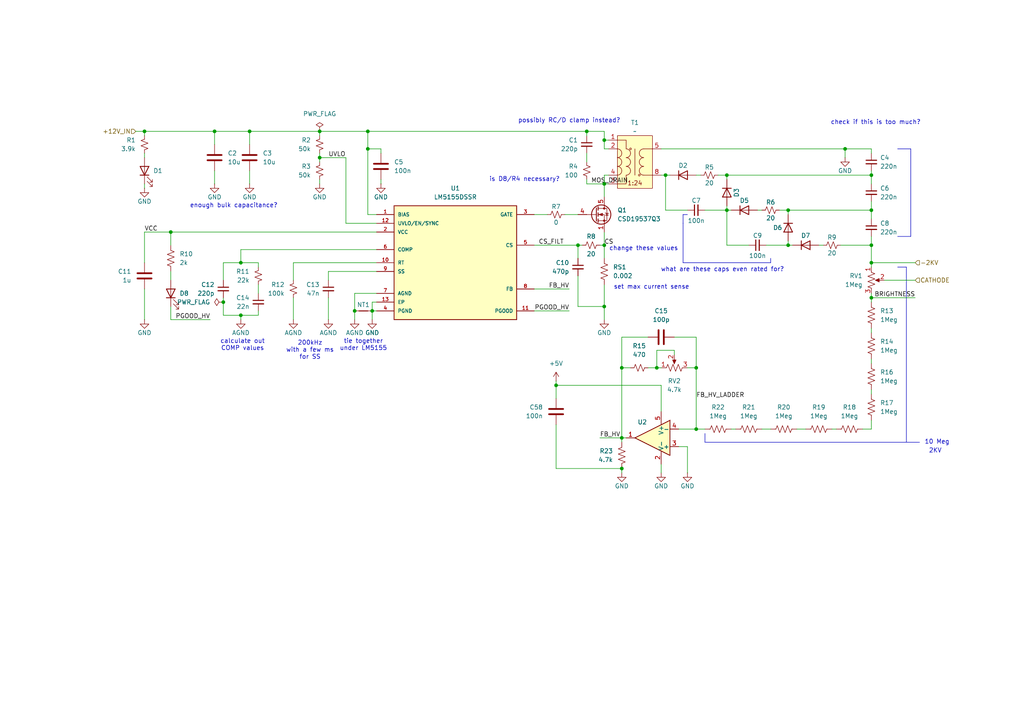
<source format=kicad_sch>
(kicad_sch (version 20250114) (generator "eeschema") (generator_version "9.0")
  (paper "A4")
  (lib_symbols
    (symbol "Amplifier_Operational:TLV2371DBV" (pin_names (offset 0.127))
      (property "Reference" "U2" (at -5.6581 10.16 0))
      (property "Value" "TLV314QDBVR" (at -5.6581 7.62 0))
      (symbol "TLV2371DBV_0_1"
        (polyline (pts (xy -5.08 5.08) (xy 5.08 0) (xy -5.08 -5.08) (xy -5.08 5.08)) (stroke (width 0.254)) (fill (type background)))
        (pin power_in line (at -2.54 7.62 270) (length 3.81) (name "V+") (number "5"))
        (pin power_in line (at -2.54 -7.62 90) (length 3.81) (name "V-") (number "2"))
      )
      (symbol "TLV2371DBV_1_1"
        (pin input line (at -7.62 2.54 0) (length 2.54) (name "-") (number "4"))
        (pin input line (at -7.62 -2.54 0) (length 2.54) (name "+") (number "3"))
        (pin output line (at 7.62 0 180) (length 2.54) (name "~") (number "1"))
      )
    )
    (symbol "Device:C" (pin_numbers (hide yes)) (pin_names (offset 0.254))
      (property "Reference" "C" (at 0.635 2.54 0))
      (property "Value" "C" (at 0.635 -2.54 0))
      (symbol "C_0_1"
        (polyline (pts (xy -2.032 0.762) (xy 2.032 0.762)) (stroke (width 0.508)))
        (polyline (pts (xy -2.032 -0.762) (xy 2.032 -0.762)) (stroke (width 0.508)))
      )
      (symbol "C_1_1"
        (pin passive line (at 0 3.81 270) (length 2.794) (name "~") (number "1"))
        (pin passive line (at 0 -3.81 90) (length 2.794) (name "~") (number "2"))
      )
    )
    (symbol "Device:C_Small" (pin_numbers (hide yes)) (pin_names (offset 0.254) (hide yes))
      (property "Reference" "C" (at 0.254 1.778 0))
      (property "Value" "C_Small" (at 0.254 -2.032 0))
      (symbol "C_Small_0_1"
        (polyline (pts (xy -1.524 0.508) (xy 1.524 0.508)) (stroke (width 0.3048)))
        (polyline (pts (xy -1.524 -0.508) (xy 1.524 -0.508)) (stroke (width 0.3302)))
      )
      (symbol "C_Small_1_1"
        (pin passive line (at 0 2.54 270) (length 2.032) (name "~") (number "1"))
        (pin passive line (at 0 -2.54 90) (length 2.032) (name "~") (number "2"))
      )
    )
    (symbol "Device:D" (pin_numbers (hide yes)) (pin_names (offset 1.016) (hide yes))
      (property "Reference" "D" (at 0 2.54 0))
      (property "Value" "D" (at 0 -2.54 0))
      (symbol "D_0_1"
        (polyline (pts (xy -1.27 1.27) (xy -1.27 -1.27)) (stroke (width 0.254)))
        (polyline (pts (xy 1.27 1.27) (xy 1.27 -1.27) (xy -1.27 0) (xy 1.27 1.27)) (stroke (width 0.254)))
        (polyline (pts (xy 1.27 0) (xy -1.27 0)))
      )
      (symbol "D_1_1"
        (pin passive line (at -3.81 0 0) (length 2.54) (name "K") (number "1"))
        (pin passive line (at 3.81 0 180) (length 2.54) (name "A") (number "2"))
      )
    )
    (symbol "Device:LED" (pin_numbers (hide yes)) (pin_names (offset 1.016) (hide yes))
      (property "Reference" "D" (at 0 2.54 0))
      (property "Value" "LED" (at 0 -2.54 0))
      (symbol "LED_0_1"
        (polyline (pts (xy -3.048 -0.762) (xy -4.572 -2.286) (xy -3.81 -2.286) (xy -4.572 -2.286) (xy -4.572 -1.524)))
        (polyline (pts (xy -1.778 -0.762) (xy -3.302 -2.286) (xy -2.54 -2.286) (xy -3.302 -2.286) (xy -3.302 -1.524)))
        (polyline (pts (xy -1.27 0) (xy 1.27 0)))
        (polyline (pts (xy -1.27 -1.27) (xy -1.27 1.27)) (stroke (width 0.254)))
        (polyline (pts (xy 1.27 -1.27) (xy 1.27 1.27) (xy -1.27 0) (xy 1.27 -1.27)) (stroke (width 0.254)))
      )
      (symbol "LED_1_1"
        (pin passive line (at -3.81 0 0) (length 2.54) (name "K") (number "1"))
        (pin passive line (at 3.81 0 180) (length 2.54) (name "A") (number "2"))
      )
    )
    (symbol "Device:NetTie_2" (pin_numbers (hide yes)) (pin_names (offset 0) (hide yes)) (in_bom no)
      (property "Reference" "NT" (at 0 1.27 0))
      (property "Value" "NetTie_2" (at 0 -1.27 0))
      (symbol "NetTie_2_0_1"
        (polyline (pts (xy -1.27 0) (xy 1.27 0)) (stroke (width 0.254)))
      )
      (symbol "NetTie_2_1_1"
        (pin passive line (at -2.54 0 0) (length 2.54) (name "1") (number "1"))
        (pin passive line (at 2.54 0 180) (length 2.54) (name "2") (number "2"))
      )
    )
    (symbol "Device:R_Potentiometer_US" (pin_names (offset 1.016) (hide yes))
      (property "Reference" "RV" (at -4.445 0 90))
      (property "Value" "R_Potentiometer_US" (at -2.54 0 90))
      (symbol "R_Potentiometer_US_0_1"
        (polyline (pts (xy 0 2.54) (xy 0 2.286)))
        (polyline (pts (xy 0 2.286) (xy 1.016 1.905) (xy 0 1.524) (xy -1.016 1.143) (xy 0 0.762)))
        (polyline (pts (xy 0 0.762) (xy 1.016 0.381) (xy 0 0) (xy -1.016 -0.381) (xy 0 -0.762)))
        (polyline (pts (xy 0 -0.762) (xy 1.016 -1.143) (xy 0 -1.524) (xy -1.016 -1.905) (xy 0 -2.286)))
        (polyline (pts (xy 0 -2.286) (xy 0 -2.54)))
        (polyline (pts (xy 1.143 0) (xy 2.286 0.508) (xy 2.286 -0.508) (xy 1.143 0)) (fill (type outline)))
        (polyline (pts (xy 2.54 0) (xy 1.524 0)))
      )
      (symbol "R_Potentiometer_US_1_1"
        (pin passive line (at 0 3.81 270) (length 1.27) (name "1") (number "1"))
        (pin passive line (at 0 -3.81 90) (length 1.27) (name "3") (number "3"))
        (pin passive line (at 3.81 0 180) (length 1.27) (name "2") (number "2"))
      )
    )
    (symbol "Device:R_Small_US" (pin_numbers (hide yes)) (pin_names (offset 0.254) (hide yes))
      (property "Reference" "R" (at 0.762 0.508 0))
      (property "Value" "R_Small_US" (at 0.762 -1.016 0))
      (symbol "R_Small_US_1_1"
        (polyline (pts (xy 0 1.524) (xy 1.016 1.143) (xy 0 0.762) (xy -1.016 0.381) (xy 0 0)))
        (polyline (pts (xy 0 0) (xy 1.016 -0.381) (xy 0 -0.762) (xy -1.016 -1.143) (xy 0 -1.524)))
        (pin passive line (at 0 2.54 270) (length 1.016) (name "~") (number "1"))
        (pin passive line (at 0 -2.54 90) (length 1.016) (name "~") (number "2"))
      )
    )
    (symbol "Device:R_US" (pin_numbers (hide yes)) (pin_names (offset 0))
      (property "Reference" "R" (at 2.54 0 90))
      (property "Value" "R_US" (at -2.54 0 90))
      (symbol "R_US_0_1"
        (polyline (pts (xy 0 2.286) (xy 0 2.54)))
        (polyline (pts (xy 0 2.286) (xy 1.016 1.905) (xy 0 1.524) (xy -1.016 1.143) (xy 0 0.762)))
        (polyline (pts (xy 0 0.762) (xy 1.016 0.381) (xy 0 0) (xy -1.016 -0.381) (xy 0 -0.762)))
        (polyline (pts (xy 0 -0.762) (xy 1.016 -1.143) (xy 0 -1.524) (xy -1.016 -1.905) (xy 0 -2.286)))
        (polyline (pts (xy 0 -2.286) (xy 0 -2.54)))
      )
      (symbol "R_US_1_1"
        (pin passive line (at 0 3.81 270) (length 1.27) (name "~") (number "1"))
        (pin passive line (at 0 -3.81 90) (length 1.27) (name "~") (number "2"))
      )
    )
    (symbol "LM5155DSSR:LM5155DSSR" (pin_names (offset 1.016))
      (property "Reference" "U1" (at 0 20.32 0))
      (property "Value" "LM5155DSSR" (at 0 17.78 0))
      (symbol "LM5155DSSR_0_0"
        (rectangle (start -17.78 15.24) (end 17.78 -17.78) (stroke (width 0.254)) (fill (type background)))
        (pin power_in line (at -22.86 12.7 0) (length 5.08) (name "BIAS") (number "1"))
        (pin input line (at -22.86 10.16 0) (length 5.08) (name "UVLO/EN/SYNC") (number "12"))
        (pin output line (at -22.86 2.54 0) (length 5.08) (name "COMP") (number "6"))
        (pin input line (at -22.86 -1.27 0) (length 5.08) (name "RT") (number "10"))
        (pin input line (at -22.86 -3.81 0) (length 5.08) (name "SS") (number "9"))
        (pin power_in line (at -22.86 -10.16 0) (length 5.08) (name "AGND") (number "7"))
        (pin power_in line (at -22.86 -12.7 0) (length 5.08) (name "EP") (number "13"))
        (pin power_in line (at -22.86 -15.24 0) (length 5.08) (name "PGND") (number "4"))
        (pin output line (at 22.86 12.7 180) (length 5.08) (name "GATE") (number "3"))
        (pin input line (at 22.86 3.81 180) (length 5.08) (name "CS") (number "5"))
        (pin input line (at 22.86 -8.89 180) (length 5.08) (name "FB") (number "8"))
        (pin output line (at 22.86 -15.24 180) (length 5.08) (name "PGOOD") (number "11"))
      )
      (symbol "LM5155DSSR_1_0"
        (pin power_out line (at -22.86 7.62 0) (length 5.08) (name "VCC") (number "2"))
      )
    )
    (symbol "Transistor_FET:CSD19537Q3" (pin_names (hide yes))
      (property "Reference" "Q" (at 5.08 1.905 0))
      (property "Value" "CSD19537Q3" (at 5.08 0 0))
      (symbol "CSD19537Q3_0_1"
        (polyline (pts (xy 0.254 1.905) (xy 0.254 -1.905)) (stroke (width 0.254)))
        (polyline (pts (xy 0.254 0) (xy -2.54 0)))
        (polyline (pts (xy 0.762 2.286) (xy 0.762 1.27)) (stroke (width 0.254)))
        (polyline (pts (xy 0.762 0.508) (xy 0.762 -0.508)) (stroke (width 0.254)))
        (polyline (pts (xy 0.762 -1.27) (xy 0.762 -2.286)) (stroke (width 0.254)))
        (polyline (pts (xy 0.762 -1.778) (xy 3.302 -1.778) (xy 3.302 1.778) (xy 0.762 1.778)))
        (polyline (pts (xy 1.016 0) (xy 2.032 0.381) (xy 2.032 -0.381) (xy 1.016 0)) (fill (type outline)))
        (circle (center 1.651 0) (radius 2.794) (stroke (width 0.254)))
        (polyline (pts (xy 2.54 2.54) (xy 2.54 1.778)))
        (circle (center 2.54 1.778) (radius 0.254) (fill (type outline)))
        (circle (center 2.54 -1.778) (radius 0.254) (fill (type outline)))
        (polyline (pts (xy 2.54 -2.54) (xy 2.54 0) (xy 0.762 0)))
        (polyline (pts (xy 2.794 0.508) (xy 2.921 0.381) (xy 3.683 0.381) (xy 3.81 0.254)))
        (polyline (pts (xy 3.302 0.381) (xy 2.921 -0.254) (xy 3.683 -0.254) (xy 3.302 0.381)))
      )
      (symbol "CSD19537Q3_1_1"
        (pin passive line (at -5.08 0 0) (length 2.54) (name "G") (number "4"))
        (pin passive line (at 2.54 5.08 270) (length 2.54) (name "D") (number "5"))
        (pin passive line (at 2.54 -5.08 90) (length 2.54) (name "S") (number "1"))
        (pin passive line (at 2.54 -5.08 90) (length 2.54) (hide yes) (name "S") (number "2"))
        (pin passive line (at 2.54 -5.08 90) (length 2.54) (hide yes) (name "S") (number "3"))
      )
    )
    (symbol "coilcraft:NA5920-AL"
      (property "Reference" "T" (at -4.064 8.636 0))
      (symbol "NA5920-AL_0_1"
        (arc (start -3.8099 2.5399) (mid -4.1819 1.6419) (end -5.0799 1.2699))
        (arc (start -5.0799 3.8099) (mid -4.1819 3.4379) (end -3.8099 2.5399))
        (arc (start -3.8098 -0.0002) (mid -4.1818 -0.8982) (end -5.0798 -1.2702))
        (arc (start -5.0798 1.2698) (mid -4.1818 0.8978) (end -3.8098 -0.0002))
        (arc (start -3.8098 -2.5402) (mid -4.1818 -3.4382) (end -5.0798 -3.8102))
        (arc (start -5.0798 -1.2702) (mid -4.1818 -1.6422) (end -3.8098 -2.5402))
        (arc (start -1.27 2.54) (mid -1.642 1.642) (end -2.54 1.27))
        (arc (start -2.54 3.81) (mid -1.642 3.438) (end -1.27 2.54))
        (polyline (pts (xy -2.54 3.81) (xy -2.54 6.35) (xy -5.08 6.35)))
        (arc (start -1.2699 -0.0001) (mid -1.6419 -0.8981) (end -2.5399 -1.2701))
        (arc (start -2.5399 1.2699) (mid -1.6419 0.8979) (end -1.2699 -0.0001))
        (arc (start -1.2699 -2.5401) (mid -1.6419 -3.4381) (end -2.5399 -3.8101))
        (arc (start -2.5399 -1.2701) (mid -1.6419 -1.6421) (end -1.2699 -2.5401))
        (polyline (pts (xy -2.54 -3.81) (xy -2.54 -6.35) (xy -5.08 -6.35)))
        (circle (center -1.27 3.81) (radius 0.254))
        (polyline (pts (xy 0 3.81) (xy 0 -3.81)))
        (circle (center 1.27 -3.81) (radius 0.254))
        (polyline (pts (xy 2.54 3.81) (xy 5.08 3.81)))
        (arc (start 1.2698 2.5402) (mid 1.6418 3.4382) (end 2.5398 3.8102))
        (arc (start 2.5398 1.2702) (mid 1.6418 1.6422) (end 1.2698 2.5402))
        (arc (start 1.2698 0.0002) (mid 1.6418 0.8982) (end 2.5398 1.2702))
        (arc (start 2.5398 -1.2698) (mid 1.6418 -0.8978) (end 1.2698 0.0002))
        (arc (start 1.2699 -2.5399) (mid 1.6419 -1.6419) (end 2.5399 -1.2699))
        (arc (start 2.5399 -3.8099) (mid 1.6419 -3.4379) (end 1.2699 -2.5399))
        (polyline (pts (xy 2.54 -3.81) (xy 5.08 -3.81)))
      )
      (symbol "NA5920-AL_1_1"
        (rectangle (start -5.08 7.62) (end 5.08 -7.62) (fill (type background)))
        (text "1:24" (at 0 -6.096 0) (effects (font (size 1.27 1.27))))
        (pin passive line (at -7.62 6.35 0) (length 2.54) (name "") (number "1"))
        (pin passive line (at -7.62 3.81 0) (length 2.54) (name "") (number "2"))
        (pin passive line (at -7.62 -3.81 0) (length 2.54) (name "") (number "4"))
        (pin passive line (at -7.62 -6.35 0) (length 2.54) (name "") (number "3"))
        (pin passive line (at 7.62 3.81 180) (length 2.54) (name "") (number "5"))
        (pin passive line (at 7.62 -3.81 180) (length 2.54) (name "") (number "8"))
      )
    )
    (symbol "power:+5V" (power) (pin_numbers (hide yes)) (pin_names (offset 0) (hide yes))
      (property "Value" "+5V" (at 0 3.556 0))
      (symbol "+5V_0_1"
        (polyline (pts (xy -0.762 1.27) (xy 0 2.54)))
        (polyline (pts (xy 0 2.54) (xy 0.762 1.27)))
        (polyline (pts (xy 0 0) (xy 0 2.54)))
      )
      (symbol "+5V_1_1"
        (pin power_in line (at 0 0 90) (length 0) (name "~") (number "1"))
      )
    )
    (symbol "power:GND" (power) (pin_numbers (hide yes)) (pin_names (offset 0) (hide yes))
      (property "Value" "GND" (at 0 -3.81 0))
      (symbol "GND_0_1"
        (polyline (pts (xy 0 0) (xy 0 -1.27) (xy 1.27 -1.27) (xy 0 -2.54) (xy -1.27 -1.27) (xy 0 -1.27)))
      )
      (symbol "GND_1_1"
        (pin power_in line (at 0 0 270) (length 0) (name "~") (number "1"))
      )
    )
    (symbol "power:GNDA" (power) (pin_numbers (hide yes)) (pin_names (offset 0) (hide yes))
      (property "Value" "GNDA" (at 0 -3.81 0))
      (symbol "GNDA_0_1"
        (polyline (pts (xy 0 0) (xy 0 -1.27) (xy 1.27 -1.27) (xy 0 -2.54) (xy -1.27 -1.27) (xy 0 -1.27)))
      )
      (symbol "GNDA_1_1"
        (pin power_in line (at 0 0 270) (length 0) (name "~") (number "1"))
      )
    )
    (symbol "power:PWR_FLAG" (power) (pin_numbers (hide yes)) (pin_names (offset 0) (hide yes))
      (property "Value" "PWR_FLAG" (at 0 3.81 0))
      (symbol "PWR_FLAG_0_0"
        (pin power_out line (at 0 0 90) (length 0) (name "~") (number "1"))
      )
      (symbol "PWR_FLAG_0_1"
        (polyline (pts (xy 0 0) (xy 0 1.27) (xy -1.016 1.905) (xy 0 2.54) (xy 1.016 1.905) (xy 0 1.27)))
      )
    )
  )
  (text "tie together\nunder LM5155" (at 105.41 100.076 0) (effects (font (size 1.27 1.27))))
  (text "is D8/R4 necessary?" (at 152.146 52.07 0) (effects (font (size 1.27 1.27))))
  (text "10 Meg" (at 271.78 128.27 0) (effects (font (size 1.27 1.27))))
  (text "change these values" (at 186.69 72.136 0) (effects (font (size 1.27 1.27))))
  (text "check if this is too much?" (at 254 35.56 0) (effects (font (size 1.27 1.27))))
  (text "set max current sense" (at 188.976 83.312 0) (effects (font (size 1.27 1.27))))
  (text "2KV" (at 271.272 130.81 0) (effects (font (size 1.27 1.27))))
  (text "200kHz\nwith a few ms\nfor SS" (at 89.916 101.6 0) (effects (font (size 1.27 1.27))))
  (text "enough bulk capacitance?" (at 67.818 59.69 0) (effects (font (size 1.27 1.27))))
  (text "calculate out\nCOMP values" (at 70.358 100.076 0) (effects (font (size 1.27 1.27))))
  (text "what are these caps even rated for?" (at 209.55 78.232 0) (effects (font (size 1.27 1.27))))
  (text "possibly RC/D clamp instead?" (at 165.1 35.052 0) (effects (font (size 1.27 1.27))))
  (junction (at 245.11 43.18))
  (junction (at 201.93 106.68))
  (junction (at 210.82 60.96))
  (junction (at 252.73 60.96))
  (junction (at 175.26 40.64))
  (junction (at 193.04 50.8))
  (junction (at 180.34 127))
  (junction (at 106.68 38.1))
  (junction (at 175.26 88.9))
  (junction (at 210.82 50.8))
  (junction (at 106.68 43.18))
  (junction (at 180.34 106.68))
  (junction (at 175.26 53.34))
  (junction (at 175.26 71.12))
  (junction (at 92.71 38.1))
  (junction (at 190.5 106.68))
  (junction (at 252.73 86.36))
  (junction (at 41.91 38.1))
  (junction (at 228.6 60.96))
  (junction (at 201.93 124.46))
  (junction (at 252.73 71.12))
  (junction (at 167.64 71.12))
  (junction (at 228.6 71.12))
  (junction (at 252.73 50.8))
  (junction (at 69.85 91.44))
  (junction (at 170.18 38.1))
  (junction (at 64.77 87.63))
  (junction (at 252.73 76.2))
  (junction (at 72.39 38.1))
  (junction (at 49.53 67.31))
  (junction (at 92.71 45.72))
  (junction (at 107.95 90.17))
  (junction (at 69.85 76.2))
  (junction (at 62.23 38.1))
  (junction (at 161.29 111.76))
  (junction (at 102.87 90.17))
  (junction (at 180.34 135.89))
  (wire (pts (xy 41.91 38.1) (xy 62.23 38.1)))
  (wire (pts (xy 106.68 38.1) (xy 106.68 43.18)))
  (wire (pts (xy 201.93 124.46) (xy 204.47 124.46)))
  (wire (pts (xy 252.73 49.53) (xy 252.73 50.8)))
  (wire (pts (xy 64.77 86.36) (xy 64.77 87.63)))
  (wire (pts (xy 49.53 92.71) (xy 60.96 92.71)))
  (wire (pts (xy 210.82 60.96) (xy 212.09 60.96)))
  (wire (pts (xy 41.91 45.72) (xy 41.91 44.45)))
  (wire (pts (xy 41.91 76.2) (xy 41.91 67.31)))
  (wire (pts (xy 252.73 76.2) (xy 265.43 76.2)))
  (wire (pts (xy 195.58 97.79) (xy 201.93 97.79)))
  (wire (pts (xy 85.09 76.2) (xy 85.09 81.28)))
  (wire (pts (xy 109.22 87.63) (xy 107.95 87.63)))
  (wire (pts (xy 228.6 71.12) (xy 229.87 71.12)))
  (wire (pts (xy 95.25 86.36) (xy 95.25 92.71)))
  (wire (pts (xy 256.54 81.28) (xy 265.43 81.28)))
  (wire (pts (xy 102.87 90.17) (xy 102.87 92.71)))
  (wire (pts (xy 167.64 71.12) (xy 168.91 71.12)))
  (wire (pts (xy 237.49 71.12) (xy 238.76 71.12)))
  (wire (pts (xy 167.64 80.01) (xy 167.64 88.9)))
  (polyline (pts (xy 198.12 62.23) (xy 199.39 62.23)))
  (polyline (pts (xy 260.35 77.47) (xy 262.89 77.47)))
  (wire (pts (xy 154.94 90.17) (xy 165.1 90.17)))
  (polyline (pts (xy 204.47 125.73) (xy 204.47 128.27)))
  (polyline (pts (xy 223.52 74.93) (xy 223.52 76.2)))
  (wire (pts (xy 92.71 38.1) (xy 106.68 38.1)))
  (wire (pts (xy 175.26 40.64) (xy 175.26 43.18)))
  (wire (pts (xy 195.58 101.6) (xy 190.5 101.6)))
  (wire (pts (xy 161.29 135.89) (xy 180.34 135.89)))
  (wire (pts (xy 190.5 101.6) (xy 190.5 106.68)))
  (wire (pts (xy 74.93 76.2) (xy 74.93 77.47)))
  (wire (pts (xy 191.77 50.8) (xy 193.04 50.8)))
  (wire (pts (xy 195.58 102.87) (xy 195.58 101.6)))
  (wire (pts (xy 193.04 60.96) (xy 199.39 60.96)))
  (wire (pts (xy 170.18 52.07) (xy 170.18 53.34)))
  (wire (pts (xy 180.34 127) (xy 180.34 128.27)))
  (wire (pts (xy 191.77 43.18) (xy 245.11 43.18)))
  (wire (pts (xy 49.53 88.9) (xy 49.53 92.71)))
  (wire (pts (xy 196.85 124.46) (xy 201.93 124.46)))
  (wire (pts (xy 173.99 71.12) (xy 175.26 71.12)))
  (wire (pts (xy 64.77 87.63) (xy 64.77 91.44)))
  (wire (pts (xy 191.77 134.62) (xy 191.77 137.16)))
  (wire (pts (xy 170.18 53.34) (xy 175.26 53.34)))
  (wire (pts (xy 62.23 38.1) (xy 62.23 41.91)))
  (wire (pts (xy 64.77 76.2) (xy 69.85 76.2)))
  (wire (pts (xy 41.91 39.37) (xy 41.91 38.1)))
  (wire (pts (xy 252.73 50.8) (xy 252.73 53.34)))
  (wire (pts (xy 107.95 90.17) (xy 107.95 92.71)))
  (wire (pts (xy 109.22 85.09) (xy 102.87 85.09)))
  (wire (pts (xy 109.22 76.2) (xy 85.09 76.2)))
  (wire (pts (xy 109.22 78.74) (xy 95.25 78.74)))
  (wire (pts (xy 175.26 88.9) (xy 175.26 92.71)))
  (wire (pts (xy 74.93 82.55) (xy 74.93 85.09)))
  (wire (pts (xy 245.11 43.18) (xy 245.11 45.72)))
  (wire (pts (xy 69.85 72.39) (xy 69.85 76.2)))
  (wire (pts (xy 210.82 59.69) (xy 210.82 60.96)))
  (wire (pts (xy 241.3 124.46) (xy 242.57 124.46)))
  (wire (pts (xy 167.64 88.9) (xy 175.26 88.9)))
  (wire (pts (xy 106.68 62.23) (xy 109.22 62.23)))
  (wire (pts (xy 39.37 38.1) (xy 41.91 38.1)))
  (wire (pts (xy 187.96 97.79) (xy 180.34 97.79)))
  (polyline (pts (xy 204.47 128.27) (xy 262.89 128.27)))
  (wire (pts (xy 175.26 82.55) (xy 175.26 88.9)))
  (wire (pts (xy 69.85 76.2) (xy 74.93 76.2)))
  (wire (pts (xy 41.91 83.82) (xy 41.91 92.71)))
  (wire (pts (xy 92.71 52.07) (xy 92.71 53.34)))
  (wire (pts (xy 210.82 50.8) (xy 210.82 52.07)))
  (polyline (pts (xy 260.35 68.58) (xy 264.16 68.58)))
  (wire (pts (xy 231.14 124.46) (xy 233.68 124.46)))
  (wire (pts (xy 69.85 91.44) (xy 69.85 92.71)))
  (wire (pts (xy 196.85 129.54) (xy 199.39 129.54)))
  (wire (pts (xy 102.87 85.09) (xy 102.87 90.17)))
  (wire (pts (xy 161.29 123.19) (xy 161.29 135.89)))
  (wire (pts (xy 161.29 111.76) (xy 191.77 111.76)))
  (wire (pts (xy 175.26 43.18) (xy 176.53 43.18)))
  (wire (pts (xy 212.09 124.46) (xy 213.36 124.46)))
  (wire (pts (xy 100.33 64.77) (xy 109.22 64.77)))
  (wire (pts (xy 62.23 38.1) (xy 72.39 38.1)))
  (wire (pts (xy 49.53 67.31) (xy 49.53 71.12)))
  (wire (pts (xy 193.04 50.8) (xy 194.31 50.8)))
  (wire (pts (xy 74.93 90.17) (xy 74.93 91.44)))
  (wire (pts (xy 154.94 62.23) (xy 158.75 62.23)))
  (polyline (pts (xy 223.52 76.2) (xy 198.12 76.2)))
  (polyline (pts (xy 198.12 64.77) (xy 198.12 76.2)))
  (wire (pts (xy 69.85 91.44) (xy 74.93 91.44)))
  (wire (pts (xy 110.49 43.18) (xy 106.68 43.18)))
  (wire (pts (xy 252.73 86.36) (xy 252.73 87.63)))
  (wire (pts (xy 180.34 106.68) (xy 180.34 127)))
  (wire (pts (xy 62.23 49.53) (xy 62.23 53.34)))
  (wire (pts (xy 252.73 71.12) (xy 252.73 76.2)))
  (wire (pts (xy 173.99 127) (xy 180.34 127)))
  (wire (pts (xy 204.47 60.96) (xy 210.82 60.96)))
  (wire (pts (xy 161.29 111.76) (xy 161.29 115.57)))
  (wire (pts (xy 201.93 106.68) (xy 201.93 124.46)))
  (wire (pts (xy 85.09 86.36) (xy 85.09 92.71)))
  (wire (pts (xy 243.84 71.12) (xy 252.73 71.12)))
  (polyline (pts (xy 198.12 64.77) (xy 198.12 62.23)))
  (wire (pts (xy 252.73 121.92) (xy 252.73 124.46)))
  (wire (pts (xy 109.22 72.39) (xy 69.85 72.39)))
  (wire (pts (xy 170.18 38.1) (xy 170.18 39.37)))
  (wire (pts (xy 252.73 95.25) (xy 252.73 96.52)))
  (wire (pts (xy 252.73 43.18) (xy 252.73 44.45)))
  (wire (pts (xy 92.71 45.72) (xy 92.71 46.99)))
  (wire (pts (xy 252.73 60.96) (xy 252.73 63.5)))
  (wire (pts (xy 191.77 111.76) (xy 191.77 119.38)))
  (wire (pts (xy 167.64 71.12) (xy 167.64 74.93)))
  (wire (pts (xy 49.53 67.31) (xy 109.22 67.31)))
  (polyline (pts (xy 264.16 43.18) (xy 264.16 68.58)))
  (wire (pts (xy 72.39 38.1) (xy 72.39 41.91)))
  (wire (pts (xy 110.49 44.45) (xy 110.49 43.18)))
  (wire (pts (xy 252.73 113.03) (xy 252.73 114.3)))
  (wire (pts (xy 252.73 104.14) (xy 252.73 105.41)))
  (wire (pts (xy 226.06 60.96) (xy 228.6 60.96)))
  (wire (pts (xy 190.5 106.68) (xy 191.77 106.68)))
  (wire (pts (xy 175.26 53.34) (xy 175.26 57.15)))
  (wire (pts (xy 210.82 71.12) (xy 217.17 71.12)))
  (wire (pts (xy 154.94 71.12) (xy 167.64 71.12)))
  (wire (pts (xy 163.83 62.23) (xy 167.64 62.23)))
  (wire (pts (xy 107.95 87.63) (xy 107.95 90.17)))
  (wire (pts (xy 175.26 50.8) (xy 176.53 50.8)))
  (wire (pts (xy 180.34 106.68) (xy 182.88 106.68)))
  (wire (pts (xy 180.34 97.79) (xy 180.34 106.68)))
  (wire (pts (xy 245.11 43.18) (xy 252.73 43.18)))
  (wire (pts (xy 106.68 43.18) (xy 106.68 62.23)))
  (wire (pts (xy 175.26 71.12) (xy 175.26 74.93)))
  (wire (pts (xy 41.91 53.34) (xy 41.91 54.61)))
  (wire (pts (xy 64.77 91.44) (xy 69.85 91.44)))
  (wire (pts (xy 220.98 124.46) (xy 223.52 124.46)))
  (wire (pts (xy 72.39 49.53) (xy 72.39 53.34)))
  (wire (pts (xy 109.22 90.17) (xy 107.95 90.17)))
  (wire (pts (xy 110.49 52.07) (xy 110.49 53.34)))
  (wire (pts (xy 252.73 124.46) (xy 250.19 124.46)))
  (polyline (pts (xy 260.35 43.18) (xy 264.16 43.18)))
  (wire (pts (xy 252.73 68.58) (xy 252.73 71.12)))
  (wire (pts (xy 208.28 50.8) (xy 210.82 50.8)))
  (wire (pts (xy 180.34 127) (xy 181.61 127)))
  (wire (pts (xy 193.04 50.8) (xy 193.04 60.96)))
  (wire (pts (xy 175.26 38.1) (xy 175.26 40.64)))
  (wire (pts (xy 106.68 38.1) (xy 170.18 38.1)))
  (wire (pts (xy 92.71 44.45) (xy 92.71 45.72)))
  (wire (pts (xy 252.73 58.42) (xy 252.73 60.96)))
  (wire (pts (xy 199.39 106.68) (xy 201.93 106.68)))
  (wire (pts (xy 161.29 110.49) (xy 161.29 111.76)))
  (wire (pts (xy 201.93 50.8) (xy 203.2 50.8)))
  (polyline (pts (xy 262.89 128.27) (xy 266.7 128.27)))
  (wire (pts (xy 199.39 129.54) (xy 199.39 137.16)))
  (wire (pts (xy 210.82 50.8) (xy 252.73 50.8)))
  (wire (pts (xy 180.34 135.89) (xy 180.34 137.16)))
  (wire (pts (xy 92.71 38.1) (xy 92.71 39.37)))
  (wire (pts (xy 222.25 71.12) (xy 228.6 71.12)))
  (wire (pts (xy 210.82 60.96) (xy 210.82 71.12)))
  (wire (pts (xy 252.73 85.09) (xy 252.73 86.36)))
  (wire (pts (xy 72.39 38.1) (xy 92.71 38.1)))
  (wire (pts (xy 228.6 60.96) (xy 228.6 62.23)))
  (wire (pts (xy 95.25 78.74) (xy 95.25 81.28)))
  (wire (pts (xy 154.94 83.82) (xy 165.1 83.82)))
  (wire (pts (xy 100.33 45.72) (xy 100.33 64.77)))
  (wire (pts (xy 252.73 76.2) (xy 252.73 77.47)))
  (wire (pts (xy 49.53 78.74) (xy 49.53 81.28)))
  (wire (pts (xy 228.6 60.96) (xy 252.73 60.96)))
  (wire (pts (xy 175.26 67.31) (xy 175.26 71.12)))
  (wire (pts (xy 64.77 81.28) (xy 64.77 76.2)))
  (wire (pts (xy 187.96 106.68) (xy 190.5 106.68)))
  (wire (pts (xy 228.6 71.12) (xy 228.6 69.85)))
  (wire (pts (xy 175.26 53.34) (xy 175.26 50.8)))
  (wire (pts (xy 201.93 97.79) (xy 201.93 106.68)))
  (wire (pts (xy 175.26 40.64) (xy 176.53 40.64)))
  (wire (pts (xy 219.71 60.96) (xy 220.98 60.96)))
  (wire (pts (xy 92.71 45.72) (xy 100.33 45.72)))
  (wire (pts (xy 170.18 38.1) (xy 175.26 38.1)))
  (wire (pts (xy 41.91 67.31) (xy 49.53 67.31)))
  (polyline (pts (xy 262.89 128.27) (xy 262.89 77.47)))
  (wire (pts (xy 170.18 44.45) (xy 170.18 46.99)))
  (wire (pts (xy 176.53 53.34) (xy 175.26 53.34)))
  (wire (pts (xy 252.73 86.36) (xy 265.43 86.36)))
  (label "BRIGHTNESS" (at 265.43 86.36 180))
  (label "VCC" (at 41.91 67.31 0))
  (label "FB_HV" (at 165.1 83.82 180))
  (label "CS_FILT" (at 156.21 71.12 0))
  (label "MOS_DRAIN" (at 171.45 53.34 0))
  (label "UVLO" (at 95.25 45.72 0))
  (label "PGOOD_HV" (at 165.1 90.17 180))
  (label "FB_HV_LADDER" (at 201.93 115.57 0))
  (label "CS" (at 175.26 71.12 0))
  (label "FB_HV" (at 173.99 127 0))
  (label "PGOOD_HV" (at 60.96 92.71 180))
  (hierarchical_label "+12V_IN" (shape input) (at 39.37 38.1 180))
  (hierarchical_label "-2KV" (shape input) (at 265.43 76.2 0))
  (hierarchical_label "CATHODE" (shape input) (at 265.43 81.28 0))
  (symbol (lib_id "power:GND") (at 41.91 92.71 0) (unit 1)
    (property "Reference" "#PWR013" (effects (hide yes)))
    (property "Value" "GND" (at 41.91 96.52 0))
    (property "Description" "Power symbol creates a global label with name \"GND\" , ground" (effects (hide yes)))
  )
  (symbol (lib_id "Device:C_Small") (at 252.73 46.99 0) (unit 1)
    (property "Reference" "C4" (at 255.27 45.7262 0) (effects (justify left)))
    (property "Value" "220n" (at 255.27 48.2662 0) (effects (justify left)))
    (property "Footprint" "Capacitor_SMD:C_2220_5750Metric" (effects (hide yes)))
    (property "Datasheet" "FV55X224K102EHG" (effects (hide yes)))
    (property "Description" "Unpolarized capacitor, small symbol" (effects (hide yes)))
  )
  (symbol (lib_id "power:GND") (at 245.11 45.72 0) (unit 1)
    (property "Reference" "#PWR07" (effects (hide yes)))
    (property "Value" "GND" (at 245.11 49.53 0))
    (property "Description" "Power symbol creates a global label with name \"GND\" , ground" (effects (hide yes)))
  )
  (symbol (lib_id "Device:C") (at 72.39 45.72 0) (unit 1)
    (property "Reference" "C3" (at 76.2 44.4499 0) (effects (justify left)))
    (property "Value" "10u" (at 76.2 46.9899 0) (effects (justify left)))
    (property "Footprint" "Capacitor_SMD:C_0805_2012Metric" (effects (hide yes)))
    (property "Datasheet" "CL21A106KAYNNNE" (effects (hide yes)))
    (property "Description" "Unpolarized capacitor" (effects (hide yes)))
  )
  (symbol (lib_id "Device:R_Small_US") (at 185.42 106.68 90) (unit 1)
    (property "Reference" "R15" (at 185.42 100.33 90))
    (property "Value" "470" (at 185.42 102.87 90))
    (property "Footprint" "Resistor_SMD:R_0603_1608Metric" (effects (hide yes)))
    (property "Description" "Resistor, small US symbol" (effects (hide yes)))
  )
  (symbol (lib_id "power:GND") (at 72.39 53.34 0) (unit 1)
    (property "Reference" "#PWR09" (effects (hide yes)))
    (property "Value" "GND" (at 72.39 57.15 0))
    (property "Description" "Power symbol creates a global label with name \"GND\" , ground" (effects (hide yes)))
  )
  (symbol (lib_id "Device:R_US") (at 180.34 132.08 0) (mirror y) (unit 1)
    (property "Reference" "R23" (at 177.8 130.8099 0) (effects (justify left)))
    (property "Value" "4.7k" (at 177.8 133.3499 0) (effects (justify left)))
    (property "Footprint" "Resistor_SMD:R_0603_1608Metric" (effects (hide yes)))
    (property "Description" "Resistor, US symbol" (effects (hide yes)))
  )
  (symbol (lib_id "power:GND") (at 199.39 137.16 0) (unit 1)
    (property "Reference" "#PWR023" (effects (hide yes)))
    (property "Value" "GND" (at 199.39 140.97 0))
    (property "Description" "Power symbol creates a global label with name \"GND\" , ground" (effects (hide yes)))
  )
  (symbol (lib_id "Device:D") (at 210.82 55.88 90) (mirror x) (unit 1)
    (property "Reference" "D3" (at 213.614 55.88 0))
    (property "Value" "D" (effects (hide yes)))
    (property "Footprint" "Diode_SMD:D_SMA" (effects (hide yes)))
    (property "Datasheet" "RS1M" (effects (hide yes)))
    (property "Description" "Diode" (effects (hide yes)))
    (property "Sim.Device" "D" (effects (hide yes)))
    (property "Sim.Pins" "1=K 2=A" (effects (hide yes)))
  )
  (symbol (lib_id "power:GND") (at 191.77 137.16 0) (unit 1)
    (property "Reference" "#PWR022" (effects (hide yes)))
    (property "Value" "GND" (at 191.77 140.97 0))
    (property "Description" "Power symbol creates a global label with name \"GND\" , ground" (effects (hide yes)))
  )
  (symbol (lib_id "Device:R_Small_US") (at 241.3 71.12 90) (unit 1)
    (property "Reference" "R9" (at 241.3 68.834 90))
    (property "Value" "20" (at 241.3 73.406 90))
    (property "Footprint" "Resistor_SMD:R_1206_3216Metric" (effects (hide yes)))
    (property "Description" "Resistor, small US symbol" (effects (hide yes)))
  )
  (symbol (lib_id "Device:R_US") (at 227.33 124.46 90) (unit 1)
    (property "Reference" "R20" (at 227.33 118.11 90))
    (property "Value" "1Meg" (at 227.33 120.65 90))
    (property "Footprint" "Resistor_SMD:R_1206_3216Metric" (effects (hide yes)))
    (property "Description" "Resistor, US symbol" (effects (hide yes)))
  )
  (symbol (lib_id "power:GND") (at 110.49 53.34 0) (unit 1)
    (property "Reference" "#PWR011" (effects (hide yes)))
    (property "Value" "GND" (at 110.49 57.15 0))
    (property "Description" "Power symbol creates a global label with name \"GND\" , ground" (effects (hide yes)))
  )
  (symbol (lib_id "power:GND") (at 180.34 137.16 0) (unit 1)
    (property "Reference" "#PWR021" (effects (hide yes)))
    (property "Value" "GND" (at 180.34 140.97 0))
    (property "Description" "Power symbol creates a global label with name \"GND\" , ground" (effects (hide yes)))
  )
  (symbol (lib_id "power:GNDA") (at 85.09 92.71 0) (unit 1)
    (property "Reference" "#PWR015" (effects (hide yes)))
    (property "Value" "AGND" (at 85.09 96.52 0))
    (property "Description" "Power symbol creates a global label with name \"GNDA\" , analog ground" (effects (hide yes)))
  )
  (symbol (lib_id "Device:LED") (at 41.91 49.53 90) (unit 1)
    (property "Reference" "D1" (at 44.45 49.53 90) (effects (justify right)))
    (property "Value" "LED" (effects (hide yes)))
    (property "Footprint" "LED_SMD:LED_0603_1608Metric" (effects (hide yes)))
    (property "Description" "Light emitting diode" (effects (hide yes)))
    (property "Sim.Pins" "1=K 2=A" (effects (hide yes)))
  )
  (symbol (lib_id "Device:R_Small_US") (at 223.52 60.96 90) (unit 1)
    (property "Reference" "R6" (at 223.52 58.674 90))
    (property "Value" "20" (at 223.52 63.246 90))
    (property "Footprint" "Resistor_SMD:R_1206_3216Metric" (effects (hide yes)))
    (property "Description" "Resistor, small US symbol" (effects (hide yes)))
  )
  (symbol (lib_id "Amplifier_Operational:TLV2371DBV") (at 189.23 127 0) (mirror y) (unit 1)
    (property "Reference" "U2" (at 184.912 122.428 0) (effects (justify right)))
    (property "Value" "TLV314QDBVR" (effects (hide yes)))
    (property "Footprint" "Package_TO_SOT_SMD:SOT-23-5" (effects (hide yes)))
    (property "Datasheet" "http://www.ti.com/lit/ds/symlink/tlv2375.pdf" (effects (hide yes)))
    (property "Description" "Rail-to-Rail Input/Output Operational Amplifier, SOT-23-5" (effects (hide yes)))
  )
  (symbol (lib_id "Device:C_Small") (at 219.71 71.12 90) (unit 1)
    (property "Reference" "C9" (at 219.71 68.326 90))
    (property "Value" "100n" (at 219.71 74.168 90))
    (property "Footprint" "Capacitor_SMD:C_1812_4532Metric" (effects (hide yes)))
    (property "Description" "Unpolarized capacitor, small symbol" (effects (hide yes)))
  )
  (symbol (lib_id "Device:D") (at 233.68 71.12 0) (mirror x) (unit 1)
    (property "Reference" "D7" (at 233.68 68.326 0))
    (property "Value" "D" (effects (hide yes)))
    (property "Footprint" "Diode_SMD:D_SMA" (effects (hide yes)))
    (property "Datasheet" "RS1M" (effects (hide yes)))
    (property "Description" "Diode" (effects (hide yes)))
    (property "Sim.Device" "D" (effects (hide yes)))
    (property "Sim.Pins" "1=K 2=A" (effects (hide yes)))
  )
  (symbol (lib_id "LM5155DSSR:LM5155DSSR") (at 132.08 74.93 0) (unit 1)
    (property "Reference" "U1" (at 132.08 54.61 0))
    (property "Value" "LM5155DSSR" (at 132.08 57.15 0))
    (property "Footprint" "LM5155:IC_LM5155DSSR" (effects (hide yes)))
    (property "MF" "Texas Instruments" (effects (hide yes)))
    (property "MAXIMUM_PACKAGE_HEIGHT" "0.8mm" (effects (hide yes)))
    (property "Package" "WSON-12 Texas Instruments" (effects (hide yes)))
    (property "Price" "None" (effects (hide yes)))
    (property "Check_prices" "https://www.snapeda.com/parts/LM5155DSSR/Texas+Instruments/view-part/?ref=eda" (effects (hide yes)))
    (property "STANDARD" "Manufacturer Recommendations" (effects (hide yes)))
    (property "PARTREV" "E" (effects (hide yes)))
    (property "SnapEDA_Link" "https://www.snapeda.com/parts/LM5155DSSR/Texas+Instruments/view-part/?ref=snap" (effects (hide yes)))
    (property "MP" "LM5155DSSR" (effects (hide yes)))
    (property "Description_1" "2.2-MHz wide VIN, 1.5-A MOSFET driver, non-synchronous boost controller" (effects (hide yes)))
    (property "Availability" "In Stock" (effects (hide yes)))
    (property "MANUFACTURER" "Texas Instruments" (effects (hide yes)))
  )
  (symbol (lib_id "Device:C_Small") (at 167.64 77.47 0) (mirror y) (unit 1)
    (property "Reference" "C10" (at 165.1 76.2062 0) (effects (justify left)))
    (property "Value" "470p" (at 165.1 78.7462 0) (effects (justify left)))
    (property "Footprint" "Capacitor_SMD:C_0603_1608Metric" (effects (hide yes)))
    (property "Description" "Unpolarized capacitor, small symbol" (effects (hide yes)))
  )
  (symbol (lib_id "Device:R_Small_US") (at 205.74 50.8 90) (unit 1)
    (property "Reference" "R5" (at 205.74 48.514 90))
    (property "Value" "20" (at 205.74 53.086 90))
    (property "Footprint" "Resistor_SMD:R_1206_3216Metric" (effects (hide yes)))
    (property "Description" "Resistor, small US symbol" (effects (hide yes)))
  )
  (symbol (lib_id "Device:C") (at 62.23 45.72 0) (unit 1)
    (property "Reference" "C2" (at 66.04 44.4499 0) (effects (justify left)))
    (property "Value" "10u" (at 66.04 46.9899 0) (effects (justify left)))
    (property "Footprint" "Capacitor_SMD:C_0805_2012Metric" (effects (hide yes)))
    (property "Datasheet" "CL21A106KAYNNNE" (effects (hide yes)))
    (property "Description" "Unpolarized capacitor" (effects (hide yes)))
  )
  (symbol (lib_id "Device:R_Potentiometer_US") (at 195.58 106.68 90) (unit 1)
    (property "Reference" "RV2" (at 195.58 110.49 90))
    (property "Value" "4.7k" (at 195.58 113.03 90))
    (property "Footprint" "Potentiometer_THT:Potentiometer_Bourns_3296W_Vertical" (effects (hide yes)))
    (property "Description" "Potentiometer, US symbol" (effects (hide yes)))
  )
  (symbol (lib_id "Device:D") (at 198.12 50.8 0) (mirror x) (unit 1)
    (property "Reference" "D2" (at 198.12 48.006 0))
    (property "Value" "D" (effects (hide yes)))
    (property "Footprint" "Diode_SMD:D_SMA" (effects (hide yes)))
    (property "Datasheet" "RS1M" (effects (hide yes)))
    (property "Description" "Diode" (effects (hide yes)))
    (property "Sim.Device" "D" (effects (hide yes)))
    (property "Sim.Pins" "1=K 2=A" (effects (hide yes)))
  )
  (symbol (lib_id "Device:R_US") (at 246.38 124.46 90) (unit 1)
    (property "Reference" "R18" (at 246.38 118.11 90))
    (property "Value" "1Meg" (at 246.38 120.65 90))
    (property "Footprint" "Resistor_SMD:R_1206_3216Metric" (effects (hide yes)))
    (property "Description" "Resistor, US symbol" (effects (hide yes)))
  )
  (symbol (lib_id "Device:R_Small_US") (at 92.71 49.53 0) (mirror y) (unit 1)
    (property "Reference" "R3" (at 90.17 48.2599 0) (effects (justify left)))
    (property "Value" "50k" (at 90.17 50.7999 0) (effects (justify left)))
    (property "Footprint" "Resistor_SMD:R_0603_1608Metric" (effects (hide yes)))
    (property "Description" "Resistor, small US symbol" (effects (hide yes)))
  )
  (symbol (lib_id "Device:R_Small_US") (at 170.18 49.53 0) (unit 1)
    (property "Reference" "R4" (at 167.64 48.2599 0) (effects (justify right)))
    (property "Value" "100" (at 167.64 50.7999 0) (effects (justify right)))
    (property "Footprint" "Resistor_SMD:R_0603_1608Metric" (effects (hide yes)))
    (property "Description" "Resistor, small US symbol" (effects (hide yes)))
  )
  (symbol (lib_id "Device:R_US") (at 237.49 124.46 90) (unit 1)
    (property "Reference" "R19" (at 237.49 118.11 90))
    (property "Value" "1Meg" (at 237.49 120.65 90))
    (property "Footprint" "Resistor_SMD:R_1206_3216Metric" (effects (hide yes)))
    (property "Description" "Resistor, US symbol" (effects (hide yes)))
  )
  (symbol (lib_id "Device:R_US") (at 252.73 109.22 0) (unit 1)
    (property "Reference" "R16" (at 255.27 107.9499 0) (effects (justify left)))
    (property "Value" "1Meg" (at 255.27 110.4899 0) (effects (justify left)))
    (property "Footprint" "Resistor_SMD:R_1206_3216Metric" (effects (hide yes)))
    (property "Description" "Resistor, US symbol" (effects (hide yes)))
  )
  (symbol (lib_id "Device:R_Small_US") (at 74.93 80.01 0) (mirror y) (unit 1)
    (property "Reference" "R11" (at 72.39 78.7399 0) (effects (justify left)))
    (property "Value" "22k" (at 72.39 81.2799 0) (effects (justify left)))
    (property "Footprint" "Resistor_SMD:R_0603_1608Metric" (effects (hide yes)))
    (property "Description" "Resistor, small US symbol" (effects (hide yes)))
  )
  (symbol (lib_id "Device:D") (at 228.6 66.04 90) (mirror x) (unit 1)
    (property "Reference" "D6" (at 225.552 66.04 90))
    (property "Value" "D" (effects (hide yes)))
    (property "Footprint" "Diode_SMD:D_SMA" (effects (hide yes)))
    (property "Datasheet" "RS1M" (effects (hide yes)))
    (property "Description" "Diode" (effects (hide yes)))
    (property "Sim.Device" "D" (effects (hide yes)))
    (property "Sim.Pins" "1=K 2=A" (effects (hide yes)))
  )
  (symbol (lib_id "Device:R_Small_US") (at 85.09 83.82 0) (mirror y) (unit 1)
    (property "Reference" "R12" (at 82.55 82.5499 0) (effects (justify left)))
    (property "Value" "100k" (at 82.55 85.0899 0) (effects (justify left)))
    (property "Footprint" "Resistor_SMD:R_0603_1608Metric" (effects (hide yes)))
    (property "Description" "Resistor, small US symbol" (effects (hide yes)))
  )
  (symbol (lib_id "Device:LED") (at 49.53 85.09 90) (unit 1)
    (property "Reference" "D8" (at 52.07 85.09 90) (effects (justify right)))
    (property "Value" "LED" (effects (hide yes)))
    (property "Footprint" "LED_SMD:LED_0603_1608Metric" (effects (hide yes)))
    (property "Description" "Light emitting diode" (effects (hide yes)))
    (property "Sim.Pins" "1=K 2=A" (effects (hide yes)))
  )
  (symbol (lib_id "Device:C_Small") (at 201.93 60.96 90) (unit 1)
    (property "Reference" "C7" (at 201.93 58.166 90))
    (property "Value" "100n" (at 201.93 64.008 90))
    (property "Footprint" "Capacitor_SMD:C_1812_4532Metric" (effects (hide yes)))
    (property "Datasheet" "C1812X104K102T" (effects (hide yes)))
    (property "Description" "Unpolarized capacitor, small symbol" (effects (hide yes)))
  )
  (symbol (lib_id "Device:C_Small") (at 64.77 83.82 0) (unit 1)
    (property "Reference" "C12" (at 62.23 82.5562 0) (effects (justify right)))
    (property "Value" "220p" (at 62.23 85.0962 0) (effects (justify right)))
    (property "Footprint" "Capacitor_SMD:C_0603_1608Metric" (effects (hide yes)))
    (property "Description" "Unpolarized capacitor, small symbol" (effects (hide yes)))
  )
  (symbol (lib_id "Device:R_Small_US") (at 161.29 62.23 90) (unit 1)
    (property "Reference" "R7" (at 161.29 59.944 90))
    (property "Value" "0" (at 161.29 64.516 90))
    (property "Footprint" "Resistor_SMD:R_0603_1608Metric" (effects (hide yes)))
    (property "Description" "Resistor, small US symbol" (effects (hide yes)))
  )
  (symbol (lib_id "Transistor_FET:CSD19537Q3") (at 172.72 62.23 0) (unit 1)
    (property "Reference" "Q1" (at 179.07 60.9599 0) (effects (justify left)))
    (property "Value" "CSD19537Q3" (at 179.07 63.4999 0) (effects (justify left)))
    (property "Footprint" "Package_SON:VSON-8_3.3x3.3mm_P0.65mm_NexFET" (effects (hide yes)))
    (property "Datasheet" "http://www.ti.com/lit/ds/symlink/csd19537q3.pdf" (effects (hide yes)))
    (property "Description" "50A Id, 100V Vds, NexFET N-Channel Power MOSFET, 13mOhm Ron, Qg Typ 16.0nC, VSON8 3.3x3.3mm" (effects (hide yes)))
  )
  (symbol (lib_id "Device:R_US") (at 252.73 100.33 0) (unit 1)
    (property "Reference" "R14" (at 255.27 99.0599 0) (effects (justify left)))
    (property "Value" "1Meg" (at 255.27 101.5999 0) (effects (justify left)))
    (property "Footprint" "Resistor_SMD:R_1206_3216Metric" (effects (hide yes)))
    (property "Description" "Resistor, US symbol" (effects (hide yes)))
  )
  (symbol (lib_id "Device:R_US") (at 175.26 78.74 0) (unit 1)
    (property "Reference" "RS1" (at 177.8 77.4699 0) (effects (justify left)))
    (property "Value" "0.002" (at 177.8 80.0099 0) (effects (justify left)))
    (property "Footprint" "Resistor_SMD:R_1206_3216Metric" (effects (hide yes)))
    (property "Datasheet" "FMF06FTHR015-LH" (effects (hide yes)))
    (property "Description" "Resistor, US symbol" (effects (hide yes)))
  )
  (symbol (lib_id "power:PWR_FLAG") (at 92.71 38.1 0) (unit 1)
    (property "Reference" "#FLG07" (effects (hide yes)))
    (property "Value" "PWR_FLAG" (at 92.71 33.02 0))
    (property "Description" "Special symbol for telling ERC where power comes from" (effects (hide yes)))
  )
  (symbol (lib_id "power:GNDA") (at 102.87 92.71 0) (unit 1)
    (property "Reference" "#PWR017" (effects (hide yes)))
    (property "Value" "AGND" (at 102.87 96.52 0))
    (property "Description" "Power symbol creates a global label with name \"GNDA\" , analog ground" (effects (hide yes)))
  )
  (symbol (lib_id "Device:R_US") (at 49.53 74.93 0) (unit 1)
    (property "Reference" "R10" (at 52.07 73.6599 0) (effects (justify left)))
    (property "Value" "2k" (at 52.07 76.1999 0) (effects (justify left)))
    (property "Footprint" "Resistor_SMD:R_0603_1608Metric" (effects (hide yes)))
    (property "Description" "Resistor, US symbol" (effects (hide yes)))
  )
  (symbol (lib_id "Device:C_Small") (at 252.73 55.88 0) (unit 1)
    (property "Reference" "C6" (at 255.27 54.6162 0) (effects (justify left)))
    (property "Value" "220n" (at 255.27 57.1562 0) (effects (justify left)))
    (property "Footprint" "Capacitor_SMD:C_2220_5750Metric" (effects (hide yes)))
    (property "Datasheet" "FV55X224K102EHG" (effects (hide yes)))
    (property "Description" "Unpolarized capacitor, small symbol" (effects (hide yes)))
  )
  (symbol (lib_id "Device:R_Small_US") (at 92.71 41.91 0) (mirror y) (unit 1)
    (property "Reference" "R2" (at 90.17 40.6399 0) (effects (justify left)))
    (property "Value" "50k" (at 90.17 43.1799 0) (effects (justify left)))
    (property "Footprint" "Resistor_SMD:R_0603_1608Metric" (effects (hide yes)))
    (property "Description" "Resistor, small US symbol" (effects (hide yes)))
  )
  (symbol (lib_id "coilcraft:NA5920-AL") (at 184.15 46.99 0) (unit 1)
    (property "Reference" "T1" (at 184.15 35.56 0))
    (property "Value" "~" (at 184.15 38.1 0))
    (property "Footprint" "coilcraft:NA5920-AL" (effects (hide yes)))
  )
  (symbol (lib_id "Device:R_Potentiometer_US") (at 252.73 81.28 0) (unit 1)
    (property "Reference" "RV1" (at 250.19 80.0099 0) (effects (justify right)))
    (property "Value" "1Meg" (at 250.19 82.5499 0) (effects (justify right)))
    (property "Footprint" "Potentiometer_THT:Potentiometer_Bourns_3296W_Vertical" (effects (hide yes)))
    (property "Description" "Potentiometer, US symbol" (effects (hide yes)))
  )
  (symbol (lib_id "Device:R_US") (at 208.28 124.46 90) (unit 1)
    (property "Reference" "R22" (at 208.28 118.11 90))
    (property "Value" "1Meg" (at 208.28 120.65 90))
    (property "Footprint" "Resistor_SMD:R_1206_3216Metric" (effects (hide yes)))
    (property "Description" "Resistor, US symbol" (effects (hide yes)))
  )
  (symbol (lib_id "power:GNDA") (at 95.25 92.71 0) (unit 1)
    (property "Reference" "#PWR016" (effects (hide yes)))
    (property "Value" "AGND" (at 95.25 96.52 0))
    (property "Description" "Power symbol creates a global label with name \"GNDA\" , analog ground" (effects (hide yes)))
  )
  (symbol (lib_id "Device:R_Small_US") (at 41.91 41.91 0) (mirror y) (unit 1)
    (property "Reference" "R1" (at 39.37 40.6399 0) (effects (justify left)))
    (property "Value" "3.9k" (at 39.37 43.1799 0) (effects (justify left)))
    (property "Footprint" "Resistor_SMD:R_0603_1608Metric" (effects (hide yes)))
    (property "Description" "Resistor, small US symbol" (effects (hide yes)))
  )
  (symbol (lib_id "power:GND") (at 62.23 53.34 0) (unit 1)
    (property "Reference" "#PWR08" (effects (hide yes)))
    (property "Value" "GND" (at 62.23 57.15 0))
    (property "Description" "Power symbol creates a global label with name \"GND\" , ground" (effects (hide yes)))
  )
  (symbol (lib_id "Device:R_US") (at 217.17 124.46 90) (unit 1)
    (property "Reference" "R21" (at 217.17 118.11 90))
    (property "Value" "1Meg" (at 217.17 120.65 90))
    (property "Footprint" "Resistor_SMD:R_1206_3216Metric" (effects (hide yes)))
    (property "Description" "Resistor, US symbol" (effects (hide yes)))
  )
  (symbol (lib_id "Device:C_Small") (at 170.18 41.91 0) (unit 1)
    (property "Reference" "C1" (at 167.64 40.6462 0) (effects (justify right)))
    (property "Value" "220p" (at 167.64 43.1862 0) (effects (justify right)))
    (property "Footprint" "Capacitor_SMD:C_0603_1608Metric" (effects (hide yes)))
    (property "Description" "Unpolarized capacitor, small symbol" (effects (hide yes)))
  )
  (symbol (lib_id "power:GND") (at 107.95 92.71 0) (unit 1)
    (property "Reference" "#PWR018" (effects (hide yes)))
    (property "Value" "GND" (at 107.95 96.52 0))
    (property "Description" "Power symbol creates a global label with name \"GND\" , ground" (effects (hide yes)))
  )
  (symbol (lib_id "Device:C") (at 110.49 48.26 0) (unit 1)
    (property "Reference" "C5" (at 114.3 46.9899 0) (effects (justify left)))
    (property "Value" "100n" (at 114.3 49.5299 0) (effects (justify left)))
    (property "Footprint" "Capacitor_SMD:C_0603_1608Metric" (effects (hide yes)))
    (property "Description" "Unpolarized capacitor" (effects (hide yes)))
  )
  (symbol (lib_id "Device:C_Small") (at 95.25 83.82 0) (unit 1)
    (property "Reference" "C13" (at 92.71 82.5562 0) (effects (justify right)))
    (property "Value" "47n" (at 92.71 85.0962 0) (effects (justify right)))
    (property "Footprint" "Capacitor_SMD:C_0603_1608Metric" (effects (hide yes)))
    (property "Description" "Unpolarized capacitor, small symbol" (effects (hide yes)))
  )
  (symbol (lib_id "power:+5V") (at 161.29 110.49 0) (unit 1)
    (property "Reference" "#PWR054" (effects (hide yes)))
    (property "Value" "+5V" (at 161.29 105.41 0))
    (property "Description" "Power symbol creates a global label with name \"+5V\"" (effects (hide yes)))
  )
  (symbol (lib_id "Device:R_Small_US") (at 171.45 71.12 90) (unit 1)
    (property "Reference" "R8" (at 171.45 68.58 90))
    (property "Value" "20" (at 171.45 73.66 90))
    (property "Footprint" "Resistor_SMD:R_0603_1608Metric" (effects (hide yes)))
    (property "Description" "Resistor, small US symbol" (effects (hide yes)))
  )
  (symbol (lib_id "Device:C_Small") (at 74.93 87.63 0) (unit 1)
    (property "Reference" "C14" (at 72.39 86.3662 0) (effects (justify right)))
    (property "Value" "22n" (at 72.39 88.9062 0) (effects (justify right)))
    (property "Footprint" "Capacitor_SMD:C_0603_1608Metric" (effects (hide yes)))
    (property "Description" "Unpolarized capacitor, small symbol" (effects (hide yes)))
  )
  (symbol (lib_id "Device:C") (at 191.77 97.79 90) (unit 1)
    (property "Reference" "C15" (at 191.77 90.17 90))
    (property "Value" "100p" (at 191.77 92.71 90))
    (property "Footprint" "Capacitor_SMD:C_0603_1608Metric" (effects (hide yes)))
    (property "Description" "Unpolarized capacitor" (effects (hide yes)))
  )
  (symbol (lib_id "Device:D") (at 215.9 60.96 0) (mirror x) (unit 1)
    (property "Reference" "D5" (at 215.9 58.166 0))
    (property "Value" "D" (effects (hide yes)))
    (property "Footprint" "Diode_SMD:D_SMA" (effects (hide yes)))
    (property "Datasheet" "RS1M" (effects (hide yes)))
    (property "Description" "Diode" (effects (hide yes)))
    (property "Sim.Device" "D" (effects (hide yes)))
    (property "Sim.Pins" "1=K 2=A" (effects (hide yes)))
  )
  (symbol (lib_id "Device:R_US") (at 252.73 91.44 0) (unit 1)
    (property "Reference" "R13" (at 255.27 90.1699 0) (effects (justify left)))
    (property "Value" "1Meg" (at 255.27 92.7099 0) (effects (justify left)))
    (property "Footprint" "Resistor_SMD:R_1206_3216Metric" (effects (hide yes)))
    (property "Description" "Resistor, US symbol" (effects (hide yes)))
  )
  (symbol (lib_id "Device:NetTie_2") (at 105.41 90.17 0) (unit 1) (in_bom no)
    (property "Reference" "NT1" (at 105.41 88.392 0))
    (property "Value" "NetTie_2" (effects (hide yes)))
    (property "Footprint" "NetTie:NetTie-2_SMD_Pad0.5mm" (effects (hide yes)))
    (property "Description" "Net tie, 2 pins" (effects (hide yes)))
  )
  (symbol (lib_id "power:GND") (at 92.71 53.34 0) (unit 1)
    (property "Reference" "#PWR010" (effects (hide yes)))
    (property "Value" "GND" (at 92.71 57.15 0))
    (property "Description" "Power symbol creates a global label with name \"GND\" , ground" (effects (hide yes)))
  )
  (symbol (lib_id "Device:C_Small") (at 252.73 66.04 0) (unit 1)
    (property "Reference" "C8" (at 255.27 64.7762 0) (effects (justify left)))
    (property "Value" "220n" (at 255.27 67.3162 0) (effects (justify left)))
    (property "Footprint" "Capacitor_SMD:C_2220_5750Metric" (effects (hide yes)))
    (property "Datasheet" "FV55X224K102EHG" (effects (hide yes)))
    (property "Description" "Unpolarized capacitor, small symbol" (effects (hide yes)))
  )
  (symbol (lib_id "power:GND") (at 175.26 92.71 0) (unit 1)
    (property "Reference" "#PWR019" (effects (hide yes)))
    (property "Value" "GND" (at 175.26 96.52 0))
    (property "Description" "Power symbol creates a global label with name \"GND\" , ground" (effects (hide yes)))
  )
  (symbol (lib_id "Device:C") (at 41.91 80.01 0) (mirror y) (unit 1)
    (property "Reference" "C11" (at 38.1 78.7399 0) (effects (justify left)))
    (property "Value" "1u" (at 38.1 81.2799 0) (effects (justify left)))
    (property "Footprint" "Capacitor_SMD:C_0603_1608Metric" (effects (hide yes)))
    (property "Description" "Unpolarized capacitor" (effects (hide yes)))
  )
  (symbol (lib_id "Device:R_US") (at 252.73 118.11 0) (unit 1)
    (property "Reference" "R17" (at 255.27 116.8399 0) (effects (justify left)))
    (property "Value" "1Meg" (at 255.27 119.3799 0) (effects (justify left)))
    (property "Footprint" "Resistor_SMD:R_1206_3216Metric" (effects (hide yes)))
    (property "Description" "Resistor, US symbol" (effects (hide yes)))
  )
  (symbol (lib_id "power:GND") (at 41.91 54.61 0) (unit 1)
    (property "Reference" "#PWR012" (effects (hide yes)))
    (property "Value" "GND" (at 41.91 58.42 0))
    (property "Description" "Power symbol creates a global label with name \"GND\" , ground" (effects (hide yes)))
  )
  (symbol (lib_id "power:PWR_FLAG") (at 64.77 87.63 90) (unit 1)
    (property "Reference" "#FLG09" (effects (hide yes)))
    (property "Value" "PWR_FLAG" (at 60.96 87.6299 90) (effects (justify left)))
    (property "Description" "Special symbol for telling ERC where power comes from" (effects (hide yes)))
  )
  (symbol (lib_id "Device:C") (at 161.29 119.38 0) (unit 1)
    (property "Reference" "C58" (at 157.48 118.1099 0) (effects (justify right)))
    (property "Value" "100n" (at 157.48 120.6499 0) (effects (justify right)))
    (property "Footprint" "Capacitor_SMD:C_0603_1608Metric" (effects (hide yes)))
    (property "Description" "Unpolarized capacitor" (effects (hide yes)))
  )
  (symbol (lib_id "power:GNDA") (at 69.85 92.71 0) (unit 1)
    (property "Reference" "#PWR014" (effects (hide yes)))
    (property "Value" "AGND" (at 69.85 96.52 0))
    (property "Description" "Power symbol creates a global label with name \"GNDA\" , analog ground" (effects (hide yes)))
  )
)
</source>
